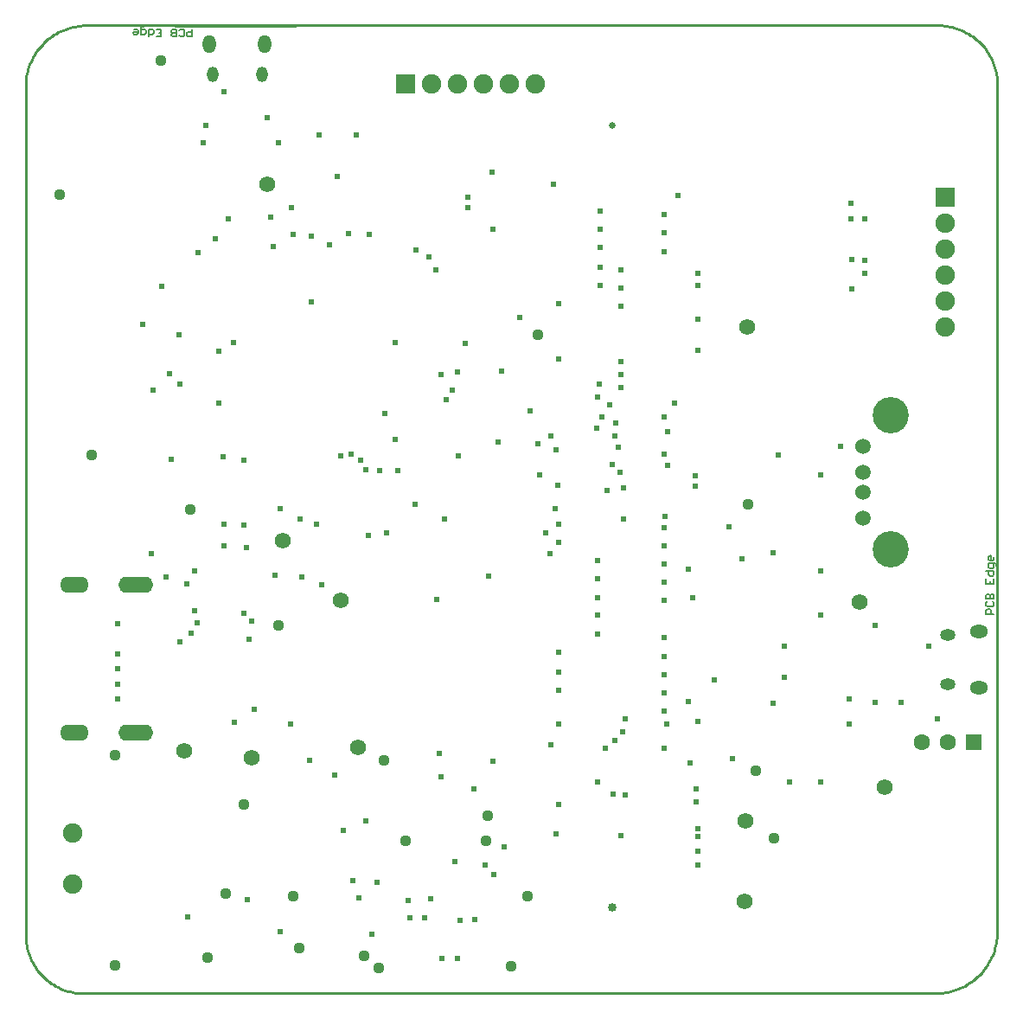
<source format=gbs>
G04*
G04 #@! TF.GenerationSoftware,Altium Limited,Altium Designer,20.0.11 (256)*
G04*
G04 Layer_Color=16711935*
%FSLAX25Y25*%
%MOIN*%
G70*
G01*
G75*
%ADD11C,0.00591*%
%ADD15C,0.00394*%
%ADD16C,0.01000*%
%ADD63O,0.05124X0.07093*%
%ADD64O,0.04337X0.05912*%
%ADD65C,0.07487*%
%ADD66R,0.07487X0.07487*%
%ADD67C,0.06181*%
%ADD68C,0.03353*%
%ADD69C,0.02565*%
%ADD70C,0.06306*%
%ADD71R,0.06306X0.06306*%
%ADD72R,0.07487X0.07487*%
%ADD73O,0.07093X0.05124*%
%ADD74O,0.05912X0.04337*%
%ADD75C,0.05991*%
%ADD76C,0.13983*%
%ADD77O,0.11030X0.06306*%
%ADD78O,0.13392X0.06306*%
%ADD79C,0.02400*%
%ADD80C,0.04400*%
D11*
X64079Y371642D02*
Y368690D01*
X62603D01*
X62111Y369182D01*
Y370166D01*
X62603Y370658D01*
X64079D01*
X59159Y369182D02*
X59651Y368690D01*
X60635D01*
X61127Y369182D01*
Y371150D01*
X60635Y371642D01*
X59651D01*
X59159Y371150D01*
X58175Y368690D02*
Y371642D01*
X56699D01*
X56207Y371150D01*
Y370658D01*
X56699Y370166D01*
X58175D01*
X56699D01*
X56207Y369674D01*
Y369182D01*
X56699Y368690D01*
X58175D01*
X50304D02*
X52271D01*
Y371642D01*
X50304D01*
X52271Y370166D02*
X51288D01*
X47352Y368690D02*
Y371642D01*
X48828D01*
X49320Y371150D01*
Y370166D01*
X48828Y369674D01*
X47352D01*
X45384Y372626D02*
X44892D01*
X44400Y372134D01*
Y369674D01*
X45876D01*
X46368Y370166D01*
Y371150D01*
X45876Y371642D01*
X44400D01*
X41940D02*
X42924D01*
X43416Y371150D01*
Y370166D01*
X42924Y369674D01*
X41940D01*
X41448Y370166D01*
Y370658D01*
X43416D01*
X373185Y146132D02*
X370233D01*
Y147608D01*
X370725Y148100D01*
X371709D01*
X372201Y147608D01*
Y146132D01*
X370725Y151052D02*
X370233Y150560D01*
Y149576D01*
X370725Y149084D01*
X372693D01*
X373185Y149576D01*
Y150560D01*
X372693Y151052D01*
X370233Y152035D02*
X373185D01*
Y153511D01*
X372693Y154003D01*
X372201D01*
X371709Y153511D01*
Y152035D01*
Y153511D01*
X371217Y154003D01*
X370725D01*
X370233Y153511D01*
Y152035D01*
Y159907D02*
Y157939D01*
X373185D01*
Y159907D01*
X371709Y157939D02*
Y158923D01*
X370233Y162859D02*
X373185D01*
Y161383D01*
X372693Y160891D01*
X371709D01*
X371217Y161383D01*
Y162859D01*
X374169Y164827D02*
Y165319D01*
X373677Y165811D01*
X371217D01*
Y164335D01*
X371709Y163843D01*
X372693D01*
X373185Y164335D01*
Y165811D01*
Y168271D02*
Y167287D01*
X372693Y166795D01*
X371709D01*
X371217Y167287D01*
Y168271D01*
X371709Y168762D01*
X372201D01*
Y166795D01*
D15*
X57386Y372665D02*
X104236D01*
X374209Y105974D02*
Y152825D01*
D16*
X0Y22500D02*
X22Y21504D01*
X88Y20511D01*
X198Y19521D01*
X352Y18537D01*
X550Y17561D01*
X790Y16594D01*
X1073Y15639D01*
X1398Y14698D01*
X1764Y13772D01*
X2171Y12863D01*
X2618Y11973D01*
X3104Y11104D01*
X3628Y10257D01*
X4189Y9434D01*
X4786Y8636D01*
X5417Y7866D01*
X6083Y7125D01*
X6780Y6414D01*
X7508Y5735D01*
X8265Y5088D01*
X9051Y4476D01*
X9862Y3899D01*
X10699Y3358D01*
X11559Y2855D01*
X12440Y2391D01*
X13340Y1966D01*
X14259Y1582D01*
X15194Y1238D01*
X16143Y937D01*
X17105Y678D01*
X18077Y461D01*
X19058Y288D01*
X20045Y159D01*
X21037Y73D01*
X22032Y31D01*
X374587Y350080D02*
X374566Y351071D01*
X374502Y352060D01*
X374395Y353045D01*
X374247Y354025D01*
X374056Y354997D01*
X373823Y355960D01*
X373549Y356913D01*
X373234Y357852D01*
X372879Y358778D01*
X372485Y359687D01*
X372052Y360578D01*
X371581Y361450D01*
X371072Y362300D01*
X370528Y363128D01*
X369948Y363932D01*
X369335Y364710D01*
X368688Y365461D01*
X368010Y366183D01*
X367301Y366876D01*
X366563Y367537D01*
X365797Y368166D01*
X365005Y368761D01*
X364188Y369321D01*
X363347Y369846D01*
X362485Y370335D01*
X361602Y370785D01*
X360701Y371197D01*
X359783Y371570D01*
X358850Y371903D01*
X357903Y372196D01*
X356944Y372447D01*
X355976Y372657D01*
X354999Y372825D01*
X354016Y372951D01*
X353029Y373034D01*
X352039Y373075D01*
X350500Y31D02*
X351505Y52D01*
X352508Y116D01*
X353507Y221D01*
X354501Y368D01*
X355488Y556D01*
X356467Y786D01*
X357435Y1056D01*
X358390Y1367D01*
X359332Y1718D01*
X360259Y2107D01*
X361168Y2536D01*
X362058Y3002D01*
X362928Y3505D01*
X363777Y4044D01*
X364602Y4617D01*
X365402Y5226D01*
X366176Y5867D01*
X366922Y6539D01*
X367640Y7243D01*
X368327Y7976D01*
X368983Y8738D01*
X369607Y9526D01*
X370197Y10339D01*
X370752Y11177D01*
X371272Y12037D01*
X371756Y12918D01*
X372201Y13818D01*
X372609Y14737D01*
X372978Y15672D01*
X373308Y16621D01*
X373597Y17583D01*
X373846Y18557D01*
X374054Y19541D01*
X374220Y20532D01*
X374345Y21529D01*
X374428Y22530D01*
X374469Y23535D01*
X24002Y373080D02*
X23014Y373080D01*
X22028Y373039D01*
X21044Y372957D01*
X20064Y372833D01*
X19091Y372669D01*
X18125Y372464D01*
X17168Y372219D01*
X16223Y371934D01*
X15291Y371610D01*
X14372Y371247D01*
X13470Y370846D01*
X12586Y370408D01*
X11720Y369932D01*
X10875Y369422D01*
X10052Y368876D01*
X9253Y368296D01*
X8479Y367683D01*
X7731Y367038D01*
X7011Y366363D01*
X6320Y365658D01*
X5658Y364925D01*
X5029Y364165D01*
X4431Y363379D01*
X3867Y362569D01*
X3337Y361735D01*
X2843Y360881D01*
X2384Y360006D01*
X1963Y359113D01*
X1580Y358204D01*
X1235Y357278D01*
X929Y356340D01*
X662Y355389D01*
X436Y354428D01*
X250Y353458D01*
X104Y352482D01*
X0Y351500D01*
X24002Y373080D02*
X352039D01*
X374565Y23867D02*
Y33358D01*
X22032Y31D02*
X350500D01*
X374555Y33557D02*
X374555Y350138D01*
X0Y22500D02*
Y351500D01*
D63*
X70772Y365972D02*
D03*
X92228D02*
D03*
D64*
X71953Y354043D02*
D03*
X91047D02*
D03*
D65*
X166500Y350500D02*
D03*
X156500D02*
D03*
X176500D02*
D03*
X186500D02*
D03*
X196500D02*
D03*
X18236Y42158D02*
D03*
Y61843D02*
D03*
X354500Y257000D02*
D03*
Y267000D02*
D03*
Y277000D02*
D03*
Y297000D02*
D03*
Y287000D02*
D03*
D66*
X146500Y350500D02*
D03*
D67*
X93000Y312000D02*
D03*
X99000Y174500D02*
D03*
X121500Y151500D02*
D03*
X278000Y257000D02*
D03*
X61000Y93500D02*
D03*
X277500Y66500D02*
D03*
X128000Y95000D02*
D03*
X321500Y151000D02*
D03*
X87000Y91000D02*
D03*
X277000Y35500D02*
D03*
X331000Y79500D02*
D03*
D68*
X226008Y33067D02*
D03*
D69*
Y334642D02*
D03*
D70*
X345500Y97000D02*
D03*
X355500D02*
D03*
D71*
X365500D02*
D03*
D72*
X354500Y307000D02*
D03*
D73*
X367516Y139439D02*
D03*
Y117982D02*
D03*
D74*
X355587Y138258D02*
D03*
Y119163D02*
D03*
D75*
X322917Y200937D02*
D03*
Y193063D02*
D03*
Y210780D02*
D03*
Y183221D02*
D03*
D76*
X333587Y171134D02*
D03*
Y222866D02*
D03*
D77*
X18693Y100457D02*
D03*
Y157543D02*
D03*
D78*
X42315Y100457D02*
D03*
Y157543D02*
D03*
D79*
X102000Y104000D02*
D03*
X80500Y104500D02*
D03*
X88000Y109500D02*
D03*
X54000Y160500D02*
D03*
X65996Y143000D02*
D03*
X65000Y147500D02*
D03*
X63900Y138900D02*
D03*
X86000Y136500D02*
D03*
X276000Y167500D02*
D03*
X318500Y271500D02*
D03*
Y283000D02*
D03*
X323500Y277500D02*
D03*
Y282500D02*
D03*
X93000Y337500D02*
D03*
X87000Y143500D02*
D03*
X259000Y60500D02*
D03*
X306500Y146000D02*
D03*
Y163000D02*
D03*
X327500Y142000D02*
D03*
X205500Y104000D02*
D03*
X74500Y247500D02*
D03*
X84000Y205500D02*
D03*
X136500Y201500D02*
D03*
X105721Y182913D02*
D03*
X66500Y285500D02*
D03*
X220500Y81500D02*
D03*
X226500Y77000D02*
D03*
X98000Y187000D02*
D03*
X106500Y160500D02*
D03*
X85000Y172000D02*
D03*
X164500Y232500D02*
D03*
X142500Y251000D02*
D03*
X155500Y284000D02*
D03*
X117000Y288500D02*
D03*
X95500Y288000D02*
D03*
X76000Y207000D02*
D03*
X74500Y227500D02*
D03*
X142500Y213500D02*
D03*
X161500Y183000D02*
D03*
X143500Y201500D02*
D03*
X133500Y23000D02*
D03*
X122500Y63000D02*
D03*
X76500Y347500D02*
D03*
X62500Y29500D02*
D03*
X85503Y36232D02*
D03*
X98000Y24000D02*
D03*
X128500Y37000D02*
D03*
X126000Y43500D02*
D03*
X135500Y43000D02*
D03*
X131000Y66500D02*
D03*
X119125Y84039D02*
D03*
X109500Y90000D02*
D03*
X124500Y293000D02*
D03*
X103000Y292500D02*
D03*
X59000Y254000D02*
D03*
X59500Y235000D02*
D03*
X56000Y206000D02*
D03*
X114000Y157500D02*
D03*
X84000Y180500D02*
D03*
X112000Y181000D02*
D03*
X139000Y177500D02*
D03*
X150000Y188500D02*
D03*
X162000Y229000D02*
D03*
X169500Y250500D02*
D03*
X158000Y279000D02*
D03*
X150500Y286500D02*
D03*
X73000Y291000D02*
D03*
X78000Y298500D02*
D03*
X68500Y328000D02*
D03*
X69500Y334500D02*
D03*
X97500Y328000D02*
D03*
X127500Y331000D02*
D03*
X113000D02*
D03*
X120000Y315000D02*
D03*
X132000Y176500D02*
D03*
X159500Y92500D02*
D03*
X138500Y223500D02*
D03*
X132500Y292500D02*
D03*
X110000Y292000D02*
D03*
Y266500D02*
D03*
X121319Y207343D02*
D03*
X52500Y272500D02*
D03*
X80000Y251000D02*
D03*
X49000Y232500D02*
D03*
X55500Y239000D02*
D03*
X45000Y258000D02*
D03*
X102500Y303000D02*
D03*
X94552Y299334D02*
D03*
X170500Y303000D02*
D03*
Y307000D02*
D03*
X180000Y294500D02*
D03*
X179875Y316354D02*
D03*
X204500Y209500D02*
D03*
X131000Y202000D02*
D03*
X129000Y205500D02*
D03*
X125500Y208000D02*
D03*
X197500Y212000D02*
D03*
X183500Y240000D02*
D03*
X166500Y239500D02*
D03*
X160135Y238365D02*
D03*
X166625Y207115D02*
D03*
X182000Y212500D02*
D03*
X202500Y215000D02*
D03*
X194500Y224500D02*
D03*
X317500Y113500D02*
D03*
X327500Y112188D02*
D03*
X337500D02*
D03*
X259000Y63500D02*
D03*
X231000Y76500D02*
D03*
X229500Y61000D02*
D03*
X204500Y61500D02*
D03*
X258500Y79000D02*
D03*
X272500Y90500D02*
D03*
X227000Y97500D02*
D03*
X180000Y89500D02*
D03*
X247000Y104000D02*
D03*
X265500Y121000D02*
D03*
X59500Y135500D02*
D03*
X231000Y106000D02*
D03*
X65000Y163000D02*
D03*
X220500Y138500D02*
D03*
Y146000D02*
D03*
Y152500D02*
D03*
Y160000D02*
D03*
Y167000D02*
D03*
X204000Y187000D02*
D03*
X205000Y196000D02*
D03*
X246500Y184000D02*
D03*
X230500Y195000D02*
D03*
X247500Y203500D02*
D03*
X226000Y204000D02*
D03*
X247500Y216500D02*
D03*
X227000Y215000D02*
D03*
X220000Y218000D02*
D03*
X225000Y227000D02*
D03*
X220500Y230000D02*
D03*
X221000Y235000D02*
D03*
X250000Y227500D02*
D03*
X229500Y233500D02*
D03*
X229588Y243495D02*
D03*
X229433Y264751D02*
D03*
Y271760D02*
D03*
Y278900D02*
D03*
X221500Y273000D02*
D03*
Y280000D02*
D03*
Y287500D02*
D03*
Y294500D02*
D03*
Y301500D02*
D03*
X203500Y312000D02*
D03*
X287998Y111752D02*
D03*
X288000Y170000D02*
D03*
X256000Y89000D02*
D03*
X257000Y152500D02*
D03*
X255500Y112500D02*
D03*
X165500Y51000D02*
D03*
X160000Y83500D02*
D03*
X84000Y146500D02*
D03*
X48500Y169500D02*
D03*
X205500Y73000D02*
D03*
X184500Y56500D02*
D03*
X166500Y13500D02*
D03*
X160500D02*
D03*
X230500Y183000D02*
D03*
X202000Y169500D02*
D03*
X200500Y177500D02*
D03*
X224000Y194000D02*
D03*
X177000Y49500D02*
D03*
X180500Y46000D02*
D03*
X147500Y36000D02*
D03*
X148123Y29017D02*
D03*
X173000Y28500D02*
D03*
X153900Y29300D02*
D03*
X167463Y28323D02*
D03*
X156107Y36434D02*
D03*
X172638Y79000D02*
D03*
X306500Y200000D02*
D03*
X202500Y96000D02*
D03*
X223500Y94500D02*
D03*
X198000Y200000D02*
D03*
X229000Y201000D02*
D03*
X228500Y210500D02*
D03*
X227500Y220000D02*
D03*
X222270Y222174D02*
D03*
X229500Y238500D02*
D03*
X230000Y101000D02*
D03*
X35500Y130825D02*
D03*
Y125038D02*
D03*
Y119053D02*
D03*
Y113500D02*
D03*
X323500Y298500D02*
D03*
X318125Y298375D02*
D03*
X318000Y304500D02*
D03*
X62021Y157771D02*
D03*
X35500Y142500D02*
D03*
X96025Y161160D02*
D03*
X251500Y307500D02*
D03*
X351500Y106000D02*
D03*
X292500Y122000D02*
D03*
Y134000D02*
D03*
X76500Y172500D02*
D03*
Y181000D02*
D03*
X178500Y161000D02*
D03*
X158500Y152000D02*
D03*
X290000Y207500D02*
D03*
X246000Y300154D02*
D03*
Y293077D02*
D03*
Y286000D02*
D03*
X259000Y277500D02*
D03*
Y273000D02*
D03*
Y260000D02*
D03*
Y248000D02*
D03*
X205500Y266000D02*
D03*
X190500Y260500D02*
D03*
X246000Y222182D02*
D03*
Y208000D02*
D03*
Y179671D02*
D03*
Y172500D02*
D03*
Y165500D02*
D03*
Y158500D02*
D03*
Y151500D02*
D03*
X205500Y244500D02*
D03*
Y180790D02*
D03*
Y173825D02*
D03*
X246000Y137202D02*
D03*
Y130000D02*
D03*
X205500Y131500D02*
D03*
Y124000D02*
D03*
X246000Y123000D02*
D03*
Y116000D02*
D03*
X205500Y117000D02*
D03*
X246000Y108800D02*
D03*
Y94500D02*
D03*
X258000Y195500D02*
D03*
Y199500D02*
D03*
X314000Y211000D02*
D03*
X271000Y180000D02*
D03*
X255500Y163500D02*
D03*
X348000Y134000D02*
D03*
X317500Y104000D02*
D03*
X306500Y81500D02*
D03*
X294500D02*
D03*
X259000Y105000D02*
D03*
X258500Y74000D02*
D03*
X259000Y55000D02*
D03*
Y49500D02*
D03*
D80*
X187000Y10500D02*
D03*
X136000Y10000D02*
D03*
X25500Y207500D02*
D03*
X13000Y308000D02*
D03*
X52000Y359500D02*
D03*
X70000Y14000D02*
D03*
X130500Y14500D02*
D03*
X105500Y17500D02*
D03*
X77000Y38500D02*
D03*
X288500Y60000D02*
D03*
X278500Y188500D02*
D03*
X281500Y86000D02*
D03*
X197500Y254000D02*
D03*
X138000Y90000D02*
D03*
X193500Y37500D02*
D03*
X177500Y59000D02*
D03*
X178000Y68500D02*
D03*
X146500Y59000D02*
D03*
X97500Y142000D02*
D03*
X103000Y37500D02*
D03*
X63500Y186500D02*
D03*
X84000Y73000D02*
D03*
X34500Y11000D02*
D03*
Y92000D02*
D03*
M02*

</source>
